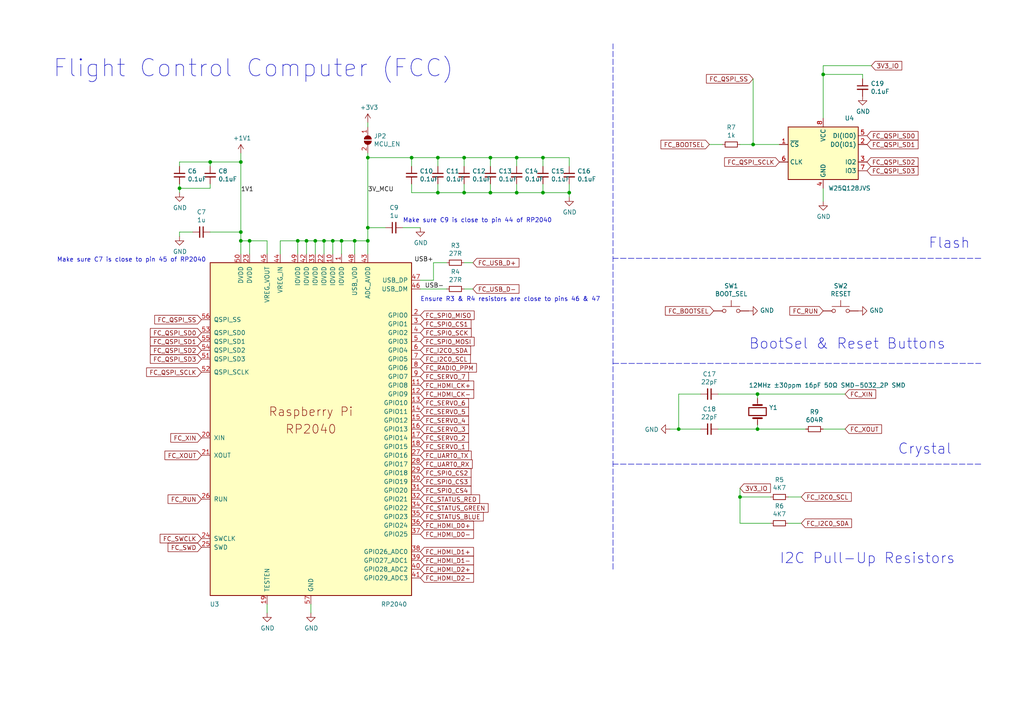
<source format=kicad_sch>
(kicad_sch (version 20211123) (generator eeschema)
  (paper "A4")
  (title_block (title "Flight Control Computer"))
  (lib_symbols
    (symbol "Device:C_Small" (pin_numbers hide) (pin_names (offset 0.254) hide)
      (property "Reference" "C" (at 0.254 1.778 0))
      (property "Value" "C_Small" (at 0.254 -2.032 0))
      (symbol "C_Small_0_1"
        (polyline (pts (xy -1.524 -0.508) (xy 1.524 -0.508)) (stroke (width 0.3302)))
        (polyline (pts (xy -1.524 0.508) (xy 1.524 0.508)) (stroke (width 0.3048)))
      )
      (symbol "C_Small_1_1"
        (pin passive line (at 0 2.54 270) (length 2.032) (name "~") (number "1"))
        (pin passive line (at 0 -2.54 90) (length 2.032) (name "~") (number "2"))
      )
    )
    (symbol "Device:Crystal" (pin_numbers hide) (pin_names (offset 1.016) hide)
      (property "Reference" "Y" (at 0 3.81 0))
      (property "Value" "Crystal" (at 0 -3.81 0))
      (symbol "Crystal_0_1"
        (rectangle (start -1.143 2.54) (end 1.143 -2.54) (stroke (width 0.3048)))
        (polyline (pts (xy -2.54 0) (xy -1.905 0)))
        (polyline (pts (xy -1.905 -1.27) (xy -1.905 1.27)) (stroke (width 0.508)))
        (polyline (pts (xy 1.905 -1.27) (xy 1.905 1.27)) (stroke (width 0.508)))
        (polyline (pts (xy 2.54 0) (xy 1.905 0)))
      )
      (symbol "Crystal_1_1"
        (pin passive line (at -3.81 0 0) (length 1.27) (name "1") (number "1"))
        (pin passive line (at 3.81 0 180) (length 1.27) (name "2") (number "2"))
      )
    )
    (symbol "Device:R_Small" (pin_numbers hide) (pin_names (offset 0.254) hide)
      (property "Reference" "R" (at 0.762 0.508 0))
      (property "Value" "R_Small" (at 0.762 -1.016 0))
      (symbol "R_Small_0_1"
        (rectangle (start -0.762 1.778) (end 0.762 -1.778) (stroke (width 0.2032)))
      )
      (symbol "R_Small_1_1"
        (pin passive line (at 0 2.54 270) (length 0.762) (name "~") (number "1"))
        (pin passive line (at 0 -2.54 90) (length 0.762) (name "~") (number "2"))
      )
    )
    (symbol "Jumper:SolderJumper_2_Open" (pin_names (offset 0) hide)
      (property "Reference" "JP" (at 0 2.032 0))
      (property "Value" "SolderJumper_2_Open" (at 0 -2.54 0))
      (symbol "SolderJumper_2_Open_0_1"
        (arc (start -0.254 1.016) (mid -1.27 0) (end -0.254 -1.016))
        (arc (start -0.254 1.016) (mid -1.27 0) (end -0.254 -1.016) (fill (type outline)))
        (polyline (pts (xy -0.254 1.016) (xy -0.254 -1.016)))
        (polyline (pts (xy 0.254 1.016) (xy 0.254 -1.016)))
        (arc (start 0.254 -1.016) (mid 1.27 0) (end 0.254 1.016))
        (arc (start 0.254 -1.016) (mid 1.27 0) (end 0.254 1.016) (fill (type outline)))
      )
      (symbol "SolderJumper_2_Open_1_1"
        (pin passive line (at -3.81 0 0) (length 2.54) (name "A") (number "1"))
        (pin passive line (at 3.81 0 180) (length 2.54) (name "B") (number "2"))
      )
    )
    (symbol "Memory_Flash:W25Q128JVS"
      (property "Reference" "U" (at -8.89 8.89 0))
      (property "Value" "W25Q128JVS" (at 7.62 8.89 0))
      (symbol "W25Q128JVS_0_1"
        (rectangle (start -10.16 7.62) (end 10.16 -7.62) (stroke (width 0.254)) (fill (type background)))
      )
      (symbol "W25Q128JVS_1_1"
        (pin input line (at -12.7 2.54 0) (length 2.54) (name "~{CS}") (number "1"))
        (pin bidirectional line (at 12.7 2.54 180) (length 2.54) (name "DO(IO1)") (number "2"))
        (pin bidirectional line (at 12.7 -2.54 180) (length 2.54) (name "IO2") (number "3"))
        (pin power_in line (at 0 -10.16 90) (length 2.54) (name "GND") (number "4"))
        (pin bidirectional line (at 12.7 5.08 180) (length 2.54) (name "DI(IO0)") (number "5"))
        (pin input line (at -12.7 -2.54 0) (length 2.54) (name "CLK") (number "6"))
        (pin bidirectional line (at 12.7 -5.08 180) (length 2.54) (name "IO3") (number "7"))
        (pin power_in line (at 0 10.16 270) (length 2.54) (name "VCC") (number "8"))
      )
    )
    (symbol "Switch:SW_Push" (pin_numbers hide) (pin_names (offset 1.016) hide)
      (property "Reference" "SW" (at 1.27 2.54 0))
      (property "Value" "SW_Push" (at 0 -1.524 0))
      (symbol "SW_Push_0_1"
        (circle (center -2.032 0) (radius 0.508))
        (polyline (pts (xy 0 1.27) (xy 0 3.048)))
        (polyline (pts (xy 2.54 1.27) (xy -2.54 1.27)))
        (circle (center 2.032 0) (radius 0.508))
        (pin passive line (at -5.08 0 0) (length 2.54) (name "1") (number "1"))
        (pin passive line (at 5.08 0 180) (length 2.54) (name "2") (number "2"))
      )
    )
    (symbol "hermes_v1-rescue:RP2040-MCU_RP2040" (pin_names (offset 1.016))
      (property "Reference" "U" (at -29.21 49.53 0))
      (property "Value" "RP2040-MCU_RP2040" (at 24.13 -49.53 0))
      (symbol "RP2040-MCU_RP2040_0_0"
        (text "Raspberry Pi" (at 0 5.08 0) (effects (font (size 2.54 2.54))))
        (text "RP2040" (at 0 0 0) (effects (font (size 2.54 2.54))))
      )
      (symbol "RP2040-MCU_RP2040_0_1"
        (rectangle (start 29.21 48.26) (end -29.21 -48.26) (stroke (width 0.254)) (fill (type background)))
      )
      (symbol "RP2040-MCU_RP2040_1_1"
        (pin power_in line (at 8.89 50.8 270) (length 2.54) (name "IOVDD") (number "1"))
        (pin power_in line (at 6.35 50.8 270) (length 2.54) (name "IOVDD") (number "10"))
        (pin bidirectional line (at 31.75 12.7 180) (length 2.54) (name "GPIO8") (number "11"))
        (pin bidirectional line (at 31.75 10.16 180) (length 2.54) (name "GPIO9") (number "12"))
        (pin bidirectional line (at 31.75 7.62 180) (length 2.54) (name "GPIO10") (number "13"))
        (pin bidirectional line (at 31.75 5.08 180) (length 2.54) (name "GPIO11") (number "14"))
        (pin bidirectional line (at 31.75 2.54 180) (length 2.54) (name "GPIO12") (number "15"))
        (pin bidirectional line (at 31.75 0 180) (length 2.54) (name "GPIO13") (number "16"))
        (pin bidirectional line (at 31.75 -2.54 180) (length 2.54) (name "GPIO14") (number "17"))
        (pin bidirectional line (at 31.75 -5.08 180) (length 2.54) (name "GPIO15") (number "18"))
        (pin passive line (at -12.7 -50.8 90) (length 2.54) (name "TESTEN") (number "19"))
        (pin bidirectional line (at 31.75 33.02 180) (length 2.54) (name "GPIO0") (number "2"))
        (pin input line (at -31.75 -2.54 0) (length 2.54) (name "XIN") (number "20"))
        (pin passive line (at -31.75 -7.62 0) (length 2.54) (name "XOUT") (number "21"))
        (pin power_in line (at 3.81 50.8 270) (length 2.54) (name "IOVDD") (number "22"))
        (pin power_in line (at -17.78 50.8 270) (length 2.54) (name "DVDD") (number "23"))
        (pin output line (at -31.75 -31.75 0) (length 2.54) (name "SWCLK") (number "24"))
        (pin bidirectional line (at -31.75 -34.29 0) (length 2.54) (name "SWD") (number "25"))
        (pin input line (at -31.75 -20.32 0) (length 2.54) (name "RUN") (number "26"))
        (pin bidirectional line (at 31.75 -7.62 180) (length 2.54) (name "GPIO16") (number "27"))
        (pin bidirectional line (at 31.75 -10.16 180) (length 2.54) (name "GPIO17") (number "28"))
        (pin bidirectional line (at 31.75 -12.7 180) (length 2.54) (name "GPIO18") (number "29"))
        (pin bidirectional line (at 31.75 30.48 180) (length 2.54) (name "GPIO1") (number "3"))
        (pin bidirectional line (at 31.75 -15.24 180) (length 2.54) (name "GPIO19") (number "30"))
        (pin bidirectional line (at 31.75 -17.78 180) (length 2.54) (name "GPIO20") (number "31"))
        (pin bidirectional line (at 31.75 -20.32 180) (length 2.54) (name "GPIO21") (number "32"))
        (pin power_in line (at 1.27 50.8 270) (length 2.54) (name "IOVDD") (number "33"))
        (pin bidirectional line (at 31.75 -22.86 180) (length 2.54) (name "GPIO22") (number "34"))
        (pin bidirectional line (at 31.75 -25.4 180) (length 2.54) (name "GPIO23") (number "35"))
        (pin bidirectional line (at 31.75 -27.94 180) (length 2.54) (name "GPIO24") (number "36"))
        (pin bidirectional line (at 31.75 -30.48 180) (length 2.54) (name "GPIO25") (number "37"))
        (pin bidirectional line (at 31.75 -35.56 180) (length 2.54) (name "GPIO26_ADC0") (number "38"))
        (pin bidirectional line (at 31.75 -38.1 180) (length 2.54) (name "GPIO27_ADC1") (number "39"))
        (pin bidirectional line (at 31.75 27.94 180) (length 2.54) (name "GPIO2") (number "4"))
        (pin bidirectional line (at 31.75 -40.64 180) (length 2.54) (name "GPIO28_ADC2") (number "40"))
        (pin bidirectional line (at 31.75 -43.18 180) (length 2.54) (name "GPIO29_ADC3") (number "41"))
        (pin power_in line (at -1.27 50.8 270) (length 2.54) (name "IOVDD") (number "42"))
        (pin power_in line (at 16.51 50.8 270) (length 2.54) (name "ADC_AVDD") (number "43"))
        (pin power_in line (at -8.89 50.8 270) (length 2.54) (name "VREG_IN") (number "44"))
        (pin power_out line (at -12.7 50.8 270) (length 2.54) (name "VREG_VOUT") (number "45"))
        (pin bidirectional line (at 31.75 40.64 180) (length 2.54) (name "USB_DM") (number "46"))
        (pin bidirectional line (at 31.75 43.18 180) (length 2.54) (name "USB_DP") (number "47"))
        (pin power_in line (at 12.7 50.8 270) (length 2.54) (name "USB_VDD") (number "48"))
        (pin power_in line (at -3.81 50.8 270) (length 2.54) (name "IOVDD") (number "49"))
        (pin bidirectional line (at 31.75 25.4 180) (length 2.54) (name "GPIO3") (number "5"))
        (pin power_in line (at -20.32 50.8 270) (length 2.54) (name "DVDD") (number "50"))
        (pin bidirectional line (at -31.75 20.32 0) (length 2.54) (name "QSPI_SD3") (number "51"))
        (pin output line (at -31.75 16.51 0) (length 2.54) (name "QSPI_SCLK") (number "52"))
        (pin bidirectional line (at -31.75 27.94 0) (length 2.54) (name "QSPI_SD0") (number "53"))
        (pin bidirectional line (at -31.75 22.86 0) (length 2.54) (name "QSPI_SD2") (number "54"))
        (pin bidirectional line (at -31.75 25.4 0) (length 2.54) (name "QSPI_SD1") (number "55"))
        (pin bidirectional line (at -31.75 31.75 0) (length 2.54) (name "QSPI_SS") (number "56"))
        (pin power_in line (at 0 -50.8 90) (length 2.54) (name "GND") (number "57"))
        (pin bidirectional line (at 31.75 22.86 180) (length 2.54) (name "GPIO4") (number "6"))
        (pin bidirectional line (at 31.75 20.32 180) (length 2.54) (name "GPIO5") (number "7"))
        (pin bidirectional line (at 31.75 17.78 180) (length 2.54) (name "GPIO6") (number "8"))
        (pin bidirectional line (at 31.75 15.24 180) (length 2.54) (name "GPIO7") (number "9"))
      )
    )
    (symbol "power:+1V1" (power) (pin_names (offset 0))
      (property "Value" "+1V1" (at 0 3.556 0))
      (symbol "+1V1_0_1"
        (polyline (pts (xy -0.762 1.27) (xy 0 2.54)))
        (polyline (pts (xy 0 0) (xy 0 2.54)))
        (polyline (pts (xy 0 2.54) (xy 0.762 1.27)))
      )
      (symbol "+1V1_1_1"
        (pin power_in line (at 0 0 90) (length 0) hide (name "+1V1") (number "1"))
      )
    )
    (symbol "power:+3.3V" (power) (pin_names (offset 0))
      (property "Value" "+3.3V" (at 0 3.556 0))
      (symbol "+3.3V_0_1"
        (polyline (pts (xy -0.762 1.27) (xy 0 2.54)))
        (polyline (pts (xy 0 0) (xy 0 2.54)))
        (polyline (pts (xy 0 2.54) (xy 0.762 1.27)))
      )
      (symbol "+3.3V_1_1"
        (pin power_in line (at 0 0 90) (length 0) hide (name "+3V3") (number "1"))
      )
    )
    (symbol "power:GND" (power) (pin_names (offset 0))
      (property "Value" "GND" (at 0 -3.81 0))
      (symbol "GND_0_1"
        (polyline (pts (xy 0 0) (xy 0 -1.27) (xy 1.27 -1.27) (xy 0 -2.54) (xy -1.27 -1.27) (xy 0 -1.27)))
      )
      (symbol "GND_1_1"
        (pin power_in line (at 0 0 270) (length 0) hide (name "GND") (number "1"))
      )
    )
  )
  (junction (at 238.76 21.59))
  (junction (at 99.06 69.85))
  (junction (at 149.86 45.72))
  (junction (at 218.44 41.91))
  (junction (at 91.44 69.85))
  (junction (at 69.85 67.31))
  (junction (at 219.71 114.3))
  (junction (at 69.85 69.85))
  (junction (at 127 55.88))
  (junction (at 214.63 144.145))
  (junction (at 134.62 45.72))
  (junction (at 52.07 54.61))
  (junction (at 165.1 55.88))
  (junction (at 102.87 69.85))
  (junction (at 88.9 69.85))
  (junction (at 72.39 69.85))
  (junction (at 149.86 55.88))
  (junction (at 219.71 124.46))
  (junction (at 106.68 66.04))
  (junction (at 119.38 45.72))
  (junction (at 157.48 45.72))
  (junction (at 96.52 69.85))
  (junction (at 157.48 55.88))
  (junction (at 93.98 69.85))
  (junction (at 196.85 124.46))
  (junction (at 106.68 69.85))
  (junction (at 142.24 45.72))
  (junction (at 134.62 55.88))
  (junction (at 60.96 46.99))
  (junction (at 69.85 46.99))
  (junction (at 106.68 45.72))
  (junction (at 86.36 69.85))
  (junction (at 127 45.72))
  (junction (at 142.24 55.88))
  (wire (pts (xy 119.38 55.88) (xy 119.38 53.34)))
  (wire (pts (xy 91.44 73.66) (xy 91.44 69.85)))
  (wire (pts (xy 134.62 83.82) (xy 137.16 83.82)))
  (wire (pts (xy 250.19 22.86) (xy 250.19 21.59)))
  (wire (pts (xy 106.68 66.04) (xy 106.68 69.85)))
  (wire (pts (xy 149.86 53.34) (xy 149.86 55.88)))
  (wire (pts (xy 106.68 69.85) (xy 106.68 73.66)))
  (wire (pts (xy 238.76 54.61) (xy 238.76 58.42)))
  (wire (pts (xy 214.63 41.91) (xy 218.44 41.91)))
  (wire (pts (xy 91.44 69.85) (xy 93.98 69.85)))
  (wire (pts (xy 99.06 69.85) (xy 102.87 69.85)))
  (wire (pts (xy 214.63 141.605) (xy 214.63 144.145)))
  (wire (pts (xy 149.86 48.26) (xy 149.86 45.72)))
  (polyline (pts (xy 177.8 105.41) (xy 284.48 105.41)))
  (wire (pts (xy 165.1 45.72) (xy 165.1 48.26)))
  (wire (pts (xy 86.36 69.85) (xy 88.9 69.85)))
  (wire (pts (xy 81.28 73.66) (xy 81.28 69.85)))
  (wire (pts (xy 127 45.72) (xy 134.62 45.72)))
  (wire (pts (xy 90.17 175.26) (xy 90.17 177.8)))
  (wire (pts (xy 165.1 55.88) (xy 157.48 55.88)))
  (wire (pts (xy 106.68 66.04) (xy 111.76 66.04)))
  (wire (pts (xy 77.47 69.85) (xy 72.39 69.85)))
  (wire (pts (xy 96.52 73.66) (xy 96.52 69.85)))
  (wire (pts (xy 52.07 46.99) (xy 52.07 48.26)))
  (wire (pts (xy 238.76 21.59) (xy 238.76 34.29)))
  (wire (pts (xy 134.62 55.88) (xy 127 55.88)))
  (wire (pts (xy 165.1 53.34) (xy 165.1 55.88)))
  (wire (pts (xy 69.85 67.31) (xy 69.85 69.85)))
  (wire (pts (xy 219.71 124.46) (xy 233.68 124.46)))
  (wire (pts (xy 127 53.34) (xy 127 55.88)))
  (wire (pts (xy 250.19 21.59) (xy 238.76 21.59)))
  (wire (pts (xy 142.24 53.34) (xy 142.24 55.88)))
  (wire (pts (xy 99.06 73.66) (xy 99.06 69.85)))
  (wire (pts (xy 52.07 67.31) (xy 52.07 68.58)))
  (wire (pts (xy 106.68 35.56) (xy 106.68 36.83)))
  (wire (pts (xy 134.62 53.34) (xy 134.62 55.88)))
  (wire (pts (xy 218.44 41.91) (xy 226.06 41.91)))
  (wire (pts (xy 238.76 19.05) (xy 238.76 21.59)))
  (wire (pts (xy 223.52 144.145) (xy 214.63 144.145)))
  (wire (pts (xy 121.92 83.82) (xy 129.54 83.82)))
  (wire (pts (xy 93.98 73.66) (xy 93.98 69.85)))
  (wire (pts (xy 157.48 45.72) (xy 165.1 45.72)))
  (polyline (pts (xy 284.48 134.62) (xy 177.8 134.62)))
  (wire (pts (xy 238.76 19.05) (xy 252.73 19.05)))
  (wire (pts (xy 60.96 54.61) (xy 60.96 53.34)))
  (wire (pts (xy 219.71 114.3) (xy 245.11 114.3)))
  (wire (pts (xy 134.62 55.88) (xy 142.24 55.88)))
  (wire (pts (xy 196.85 124.46) (xy 194.31 124.46)))
  (wire (pts (xy 88.9 73.66) (xy 88.9 69.85)))
  (wire (pts (xy 142.24 45.72) (xy 149.86 45.72)))
  (wire (pts (xy 218.44 41.91) (xy 218.44 22.86)))
  (wire (pts (xy 208.28 114.3) (xy 219.71 114.3)))
  (wire (pts (xy 69.85 67.31) (xy 60.96 67.31)))
  (wire (pts (xy 134.62 48.26) (xy 134.62 45.72)))
  (wire (pts (xy 134.62 76.2) (xy 137.16 76.2)))
  (wire (pts (xy 69.85 46.99) (xy 60.96 46.99)))
  (wire (pts (xy 214.63 151.765) (xy 223.52 151.765)))
  (polyline (pts (xy 284.48 74.93) (xy 177.8 74.93)))
  (wire (pts (xy 219.71 123.19) (xy 219.71 124.46)))
  (wire (pts (xy 157.48 53.34) (xy 157.48 55.88)))
  (wire (pts (xy 129.54 76.2) (xy 125.73 76.2)))
  (wire (pts (xy 106.68 44.45) (xy 106.68 45.72)))
  (wire (pts (xy 125.73 76.2) (xy 125.73 81.28)))
  (wire (pts (xy 52.07 54.61) (xy 52.07 55.88)))
  (wire (pts (xy 60.96 48.26) (xy 60.96 46.99)))
  (wire (pts (xy 106.68 45.72) (xy 106.68 66.04)))
  (wire (pts (xy 52.07 53.34) (xy 52.07 54.61)))
  (wire (pts (xy 142.24 45.72) (xy 142.24 48.26)))
  (wire (pts (xy 238.76 124.46) (xy 245.11 124.46)))
  (wire (pts (xy 196.85 114.3) (xy 196.85 124.46)))
  (wire (pts (xy 219.71 115.57) (xy 219.71 114.3)))
  (wire (pts (xy 119.38 48.26) (xy 119.38 45.72)))
  (wire (pts (xy 86.36 73.66) (xy 86.36 69.85)))
  (wire (pts (xy 127 55.88) (xy 119.38 55.88)))
  (wire (pts (xy 116.84 66.04) (xy 121.92 66.04)))
  (wire (pts (xy 69.85 69.85) (xy 69.85 73.66)))
  (wire (pts (xy 69.85 44.45) (xy 69.85 46.99)))
  (wire (pts (xy 93.98 69.85) (xy 96.52 69.85)))
  (wire (pts (xy 77.47 175.26) (xy 77.47 177.8)))
  (wire (pts (xy 81.28 69.85) (xy 86.36 69.85)))
  (wire (pts (xy 72.39 73.66) (xy 72.39 69.85)))
  (wire (pts (xy 72.39 69.85) (xy 69.85 69.85)))
  (wire (pts (xy 77.47 73.66) (xy 77.47 69.85)))
  (wire (pts (xy 205.74 41.91) (xy 209.55 41.91)))
  (wire (pts (xy 52.07 67.31) (xy 55.88 67.31)))
  (wire (pts (xy 102.87 69.85) (xy 106.68 69.85)))
  (wire (pts (xy 69.85 46.99) (xy 69.85 67.31)))
  (wire (pts (xy 203.2 114.3) (xy 196.85 114.3)))
  (wire (pts (xy 96.52 69.85) (xy 99.06 69.85)))
  (wire (pts (xy 134.62 45.72) (xy 142.24 45.72)))
  (wire (pts (xy 88.9 69.85) (xy 91.44 69.85)))
  (polyline (pts (xy 177.8 165.1) (xy 177.8 12.7)))
  (wire (pts (xy 203.2 124.46) (xy 196.85 124.46)))
  (wire (pts (xy 106.68 45.72) (xy 119.38 45.72)))
  (wire (pts (xy 149.86 55.88) (xy 142.24 55.88)))
  (wire (pts (xy 214.63 144.145) (xy 214.63 151.765)))
  (wire (pts (xy 165.1 55.88) (xy 165.1 57.15)))
  (wire (pts (xy 102.87 73.66) (xy 102.87 69.85)))
  (wire (pts (xy 119.38 45.72) (xy 127 45.72)))
  (wire (pts (xy 149.86 45.72) (xy 157.48 45.72)))
  (wire (pts (xy 228.6 144.145) (xy 232.41 144.145)))
  (wire (pts (xy 60.96 46.99) (xy 52.07 46.99)))
  (wire (pts (xy 125.73 81.28) (xy 121.92 81.28)))
  (wire (pts (xy 157.48 55.88) (xy 149.86 55.88)))
  (wire (pts (xy 157.48 48.26) (xy 157.48 45.72)))
  (wire (pts (xy 228.6 151.765) (xy 232.41 151.765)))
  (wire (pts (xy 208.28 124.46) (xy 219.71 124.46)))
  (wire (pts (xy 127 48.26) (xy 127 45.72)))
  (wire (pts (xy 52.07 54.61) (xy 60.96 54.61)))
  (text "Flash" (at 269.24 72.39 0) (effects (font (size 2.9972 2.9972)) (justify left bottom)))
  (text "Ensure R3 & R4 resistors are close to pins 46 & 47" (at 121.92 87.63 0) (effects (font (size 1.27 1.27)) (justify left bottom)))
  (text "Flight Control Computer (FCC)\n" (at 15.24 22.86 0) (effects (font (size 5.0038 5.0038)) (justify left bottom)))
  (text "BootSel & Reset Buttons" (at 217.17 101.6 0) (effects (font (size 2.9972 2.9972)) (justify left bottom)))
  (text "Make sure C7 is close to pin 45 of RP2040" (at 16.51 76.2 0) (effects (font (size 1.27 1.27)) (justify left bottom)))
  (text "Make sure C9 is close to pin 44 of RP2040" (at 116.84 64.77 0) (effects (font (size 1.27 1.27)) (justify left bottom)))
  (text "Crystal" (at 260.35 132.08 0) (effects (font (size 2.9972 2.9972)) (justify left bottom)))
  (text "I2C Pull-Up Resistors" (at 226.06 163.83 0) (effects (font (size 2.9972 2.9972)) (justify left bottom)))
  (label "1V1" (at 69.85 55.88 0))
  (label "USB-" (at 123.19 83.82 0))
  (label "USB+" (at 125.73 76.2 180))
  (label "3V_MCU" (at 106.68 55.88 0))
  (global_label "FC_QSPI_SD0" (shape input) (at 58.42 96.52 180) (property "Intersheet References" "${INTERSHEET_REFS}" (effects hide)))
  (global_label "FC_I2C0_SDA" (shape input) (at 121.92 101.6 0) (property "Intersheet References" "${INTERSHEET_REFS}" (effects hide)))
  (global_label "3V3_IO" (shape input) (at 252.73 19.05 0) (property "Intersheet References" "${INTERSHEET_REFS}" (effects hide)))
  (global_label "FC_BOOTSEL" (shape input) (at 205.74 41.91 180) (property "Intersheet References" "${INTERSHEET_REFS}" (effects hide)))
  (global_label "FC_QSPI_SD1" (shape input) (at 58.42 99.06 180) (property "Intersheet References" "${INTERSHEET_REFS}" (effects hide)))
  (global_label "FC_SPI0_CS4" (shape input) (at 121.92 142.24 0) (property "Intersheet References" "${INTERSHEET_REFS}" (effects hide)))
  (global_label "FC_SPI0_MISO" (shape input) (at 121.92 91.44 0) (property "Intersheet References" "${INTERSHEET_REFS}" (effects hide)))
  (global_label "FC_QSPI_SS" (shape input) (at 218.44 22.86 180) (property "Intersheet References" "${INTERSHEET_REFS}" (effects hide)))
  (global_label "FC_HDMI_D2-" (shape input) (at 121.92 167.64 0) (property "Intersheet References" "${INTERSHEET_REFS}" (effects hide)))
  (global_label "FC_SPI0_CS2" (shape input) (at 121.92 137.16 0) (property "Intersheet References" "${INTERSHEET_REFS}" (effects hide)))
  (global_label "FC_QSPI_SD3" (shape input) (at 251.46 49.53 0) (property "Intersheet References" "${INTERSHEET_REFS}" (effects hide)))
  (global_label "3V3_IO" (shape input) (at 214.63 141.605 0) (property "Intersheet References" "${INTERSHEET_REFS}" (effects hide)))
  (global_label "FC_USB_D+" (shape input) (at 137.16 76.2 0) (property "Intersheet References" "${INTERSHEET_REFS}" (effects hide)))
  (global_label "FC_XIN" (shape input) (at 245.11 114.3 0) (property "Intersheet References" "${INTERSHEET_REFS}" (effects hide)))
  (global_label "FC_XOUT" (shape input) (at 58.42 132.08 180) (property "Intersheet References" "${INTERSHEET_REFS}" (effects hide)))
  (global_label "FC_SERVO_5" (shape input) (at 121.92 119.38 0) (property "Intersheet References" "${INTERSHEET_REFS}" (effects hide)))
  (global_label "FC_RADIO_PPM" (shape input) (at 121.92 106.68 0) (property "Intersheet References" "${INTERSHEET_REFS}" (effects hide)))
  (global_label "FC_UART0_TX" (shape input) (at 121.92 132.08 0) (property "Intersheet References" "${INTERSHEET_REFS}" (effects hide)))
  (global_label "FC_QSPI_SD2" (shape input) (at 58.42 101.6 180) (property "Intersheet References" "${INTERSHEET_REFS}" (effects hide)))
  (global_label "FC_HDMI_D1+" (shape input) (at 121.92 160.02 0) (property "Intersheet References" "${INTERSHEET_REFS}" (effects hide)))
  (global_label "FC_SERVO_6" (shape input) (at 121.92 116.84 0) (property "Intersheet References" "${INTERSHEET_REFS}" (effects hide)))
  (global_label "FC_QSPI_SCLK" (shape input) (at 226.06 46.99 180) (property "Intersheet References" "${INTERSHEET_REFS}" (effects hide)))
  (global_label "FC_SERVO_3" (shape input) (at 121.92 124.46 0) (property "Intersheet References" "${INTERSHEET_REFS}" (effects hide)))
  (global_label "FC_QSPI_SD1" (shape input) (at 251.46 41.91 0) (property "Intersheet References" "${INTERSHEET_REFS}" (effects hide)))
  (global_label "FC_SWD" (shape input) (at 58.42 158.75 180) (property "Intersheet References" "${INTERSHEET_REFS}" (effects hide)))
  (global_label "FC_UART0_RX" (shape input) (at 121.92 134.62 0) (property "Intersheet References" "${INTERSHEET_REFS}" (effects hide)))
  (global_label "FC_HDMI_CK-" (shape input) (at 121.92 114.3 0) (property "Intersheet References" "${INTERSHEET_REFS}" (effects hide)))
  (global_label "FC_QSPI_SD3" (shape input) (at 58.42 104.14 180) (property "Intersheet References" "${INTERSHEET_REFS}" (effects hide)))
  (global_label "FC_STATUS_BLUE" (shape input) (at 121.92 149.86 0) (property "Intersheet References" "${INTERSHEET_REFS}" (effects hide)))
  (global_label "FC_RUN" (shape input) (at 58.42 144.78 180) (property "Intersheet References" "${INTERSHEET_REFS}" (effects hide)))
  (global_label "FC_QSPI_SS" (shape input) (at 58.42 92.71 180) (property "Intersheet References" "${INTERSHEET_REFS}" (effects hide)))
  (global_label "FC_SWCLK" (shape input) (at 58.42 156.21 180) (property "Intersheet References" "${INTERSHEET_REFS}" (effects hide)))
  (global_label "FC_STATUS_RED" (shape input) (at 121.92 144.78 0) (property "Intersheet References" "${INTERSHEET_REFS}" (effects hide)))
  (global_label "FC_QSPI_SCLK" (shape input) (at 58.42 107.95 180) (property "Intersheet References" "${INTERSHEET_REFS}" (effects hide)))
  (global_label "FC_SPI0_CS3" (shape input) (at 121.92 139.7 0) (property "Intersheet References" "${INTERSHEET_REFS}" (effects hide)))
  (global_label "FC_SPI0_MOSI" (shape input) (at 121.92 99.06 0) (property "Intersheet References" "${INTERSHEET_REFS}" (effects hide)))
  (global_label "FC_STATUS_GREEN" (shape input) (at 121.92 147.32 0) (property "Intersheet References" "${INTERSHEET_REFS}" (effects hide)))
  (global_label "FC_QSPI_SD0" (shape input) (at 251.46 39.37 0) (property "Intersheet References" "${INTERSHEET_REFS}" (effects hide)))
  (global_label "FC_BOOTSEL" (shape input) (at 207.01 90.17 180) (property "Intersheet References" "${INTERSHEET_REFS}" (effects hide)))
  (global_label "FC_HDMI_D0+" (shape input) (at 121.92 152.4 0) (property "Intersheet References" "${INTERSHEET_REFS}" (effects hide)))
  (global_label "FC_HDMI_CK+" (shape input) (at 121.92 111.76 0) (property "Intersheet References" "${INTERSHEET_REFS}" (effects hide)))
  (global_label "FC_XIN" (shape input) (at 58.42 127 180) (property "Intersheet References" "${INTERSHEET_REFS}" (effects hide)))
  (global_label "FC_I2C0_SDA" (shape input) (at 232.41 151.765 0) (property "Intersheet References" "${INTERSHEET_REFS}" (effects hide)))
  (global_label "FC_SERVO_2" (shape input) (at 121.92 127 0) (property "Intersheet References" "${INTERSHEET_REFS}" (effects hide)))
  (global_label "FC_SERVO_1" (shape input) (at 121.92 129.54 0) (property "Intersheet References" "${INTERSHEET_REFS}" (effects hide)))
  (global_label "FC_SERVO_4" (shape input) (at 121.92 121.92 0) (property "Intersheet References" "${INTERSHEET_REFS}" (effects hide)))
  (global_label "FC_SPI0_CS1" (shape input) (at 121.92 93.98 0) (property "Intersheet References" "${INTERSHEET_REFS}" (effects hide)))
  (global_label "FC_HDMI_D0-" (shape input) (at 121.92 154.94 0) (property "Intersheet References" "${INTERSHEET_REFS}" (effects hide)))
  (global_label "FC_RUN" (shape input) (at 238.76 90.17 180) (property "Intersheet References" "${INTERSHEET_REFS}" (effects hide)))
  (global_label "FC_SPI0_SCK" (shape input) (at 121.92 96.52 0) (property "Intersheet References" "${INTERSHEET_REFS}" (effects hide)))
  (global_label "FC_HDMI_D1-" (shape input) (at 121.92 162.56 0) (property "Intersheet References" "${INTERSHEET_REFS}" (effects hide)))
  (global_label "FC_SERVO_7" (shape input) (at 121.92 109.22 0) (property "Intersheet References" "${INTERSHEET_REFS}" (effects hide)))
  (global_label "FC_I2C0_SCL" (shape input) (at 232.41 144.145 0) (property "Intersheet References" "${INTERSHEET_REFS}" (effects hide)))
  (global_label "FC_QSPI_SD2" (shape input) (at 251.46 46.99 0) (property "Intersheet References" "${INTERSHEET_REFS}" (effects hide)))
  (global_label "FC_XOUT" (shape input) (at 245.11 124.46 0) (property "Intersheet References" "${INTERSHEET_REFS}" (effects hide)))
  (global_label "FC_I2C0_SCL" (shape input) (at 121.92 104.14 0) (property "Intersheet References" "${INTERSHEET_REFS}" (effects hide)))
  (global_label "FC_USB_D-" (shape input) (at 137.16 83.82 0) (property "Intersheet References" "${INTERSHEET_REFS}" (effects hide)))
  (global_label "FC_HDMI_D2+" (shape input) (at 121.92 165.1 0) (property "Intersheet References" "${INTERSHEET_REFS}" (effects hide)))
  (symbol (lib_id "hermes_v1-rescue:RP2040-MCU_RP2040") (at 90.17 124.46 0) (unit 1)
    (property "Reference" "U3" (at 62.23 175.26 0))
    (property "Value" "RP2040" (at 114.3 175.26 0))
    (property "Footprint" "RP2040_minimal:RP2040-QFN-56" (effects hide))
    (property "LCSC" "C2040" (effects hide))
  )
  (symbol (lib_id "Device:R_Small") (at 132.08 76.2 270) (unit 1)
    (property "Reference" "R3" (at 132.08 71.2216 90))
    (property "Value" "27R" (at 132.08 73.533 90))
    (property "Footprint" "Resistor_SMD:R_0402_1005Metric_Pad0.72x0.64mm_HandSolder" (effects hide))
    (property "LCSC" "C413051" (effects hide))
  )
  (symbol (lib_id "Device:R_Small") (at 132.08 83.82 270) (unit 1)
    (property "Reference" "R4" (at 132.08 78.8416 90))
    (property "Value" "27R" (at 132.08 81.153 90))
    (property "Footprint" "Resistor_SMD:R_0402_1005Metric_Pad0.72x0.64mm_HandSolder" (effects hide))
    (property "LCSC" "C413051" (effects hide))
  )
  (symbol (lib_id "Device:C_Small") (at 114.3 66.04 90) (unit 1)
    (property "Reference" "C9" (at 114.3 60.2234 90))
    (property "Value" "1u" (at 114.3 62.5348 90))
    (property "Footprint" "Capacitor_SMD:C_0402_1005Metric_Pad0.74x0.62mm_HandSolder" (effects hide))
    (property "LCSC" "C92755" (effects hide))
  )
  (symbol (lib_id "power:GND") (at 121.92 66.04 0) (unit 1)
    (property "Reference" "#PWR023" (effects hide))
    (property "Value" "GND" (at 122.047 70.4342 0))
  )
  (symbol (lib_id "Device:C_Small") (at 142.24 50.8 0) (unit 1)
    (property "Reference" "C13" (at 144.5768 49.6316 0) (effects (justify left)))
    (property "Value" "0.1uF" (at 144.5768 51.943 0) (effects (justify left)))
    (property "Footprint" "Capacitor_SMD:C_0402_1005Metric_Pad0.74x0.62mm_HandSolder" (effects hide))
    (property "LCSC" "C129131" (effects hide))
  )
  (symbol (lib_id "Device:C_Small") (at 134.62 50.8 0) (unit 1)
    (property "Reference" "C12" (at 136.9568 49.6316 0) (effects (justify left)))
    (property "Value" "0.1uF" (at 136.9568 51.943 0) (effects (justify left)))
    (property "Footprint" "Capacitor_SMD:C_0402_1005Metric_Pad0.74x0.62mm_HandSolder" (effects hide))
    (property "LCSC" "C129131" (effects hide))
  )
  (symbol (lib_id "Device:C_Small") (at 127 50.8 0) (unit 1)
    (property "Reference" "C11" (at 129.3368 49.6316 0) (effects (justify left)))
    (property "Value" "0.1uF" (at 129.3368 51.943 0) (effects (justify left)))
    (property "Footprint" "Capacitor_SMD:C_0402_1005Metric_Pad0.74x0.62mm_HandSolder" (effects hide))
    (property "LCSC" "C129131" (effects hide))
  )
  (symbol (lib_id "Device:C_Small") (at 119.38 50.8 0) (unit 1)
    (property "Reference" "C10" (at 121.7168 49.6316 0) (effects (justify left)))
    (property "Value" "0.1uF" (at 121.7168 51.943 0) (effects (justify left)))
    (property "Footprint" "Capacitor_SMD:C_0402_1005Metric_Pad0.74x0.62mm_HandSolder" (effects hide))
    (property "LCSC" "C129131" (effects hide))
  )
  (symbol (lib_id "Device:C_Small") (at 149.86 50.8 0) (unit 1)
    (property "Reference" "C14" (at 152.1968 49.6316 0) (effects (justify left)))
    (property "Value" "0.1uF" (at 152.1968 51.943 0) (effects (justify left)))
    (property "Footprint" "Capacitor_SMD:C_0402_1005Metric_Pad0.74x0.62mm_HandSolder" (effects hide))
    (property "LCSC" "C129131" (effects hide))
  )
  (symbol (lib_id "Device:C_Small") (at 157.48 50.8 0) (unit 1)
    (property "Reference" "C15" (at 159.8168 49.6316 0) (effects (justify left)))
    (property "Value" "0.1uF" (at 159.8168 51.943 0) (effects (justify left)))
    (property "Footprint" "Capacitor_SMD:C_0402_1005Metric_Pad0.74x0.62mm_HandSolder" (effects hide))
    (property "LCSC" "C129131" (effects hide))
  )
  (symbol (lib_id "Device:C_Small") (at 165.1 50.8 0) (unit 1)
    (property "Reference" "C16" (at 167.4368 49.6316 0) (effects (justify left)))
    (property "Value" "0.1uF" (at 167.4368 51.943 0) (effects (justify left)))
    (property "Footprint" "Capacitor_SMD:C_0402_1005Metric_Pad0.74x0.62mm_HandSolder" (effects hide))
    (property "LCSC" "C129131" (effects hide))
  )
  (symbol (lib_id "power:GND") (at 165.1 57.15 0) (unit 1)
    (property "Reference" "#PWR024" (effects hide))
    (property "Value" "GND" (at 165.227 61.5442 0))
  )
  (symbol (lib_id "power:+1V1") (at 69.85 44.45 0) (unit 1)
    (property "Reference" "#PWR019" (effects hide))
    (property "Value" "+1V1" (at 70.231 40.0558 0))
  )
  (symbol (lib_id "Device:C_Small") (at 58.42 67.31 270) (unit 1)
    (property "Reference" "C7" (at 58.42 61.4934 90))
    (property "Value" "1u" (at 58.42 63.8048 90))
    (property "Footprint" "Capacitor_SMD:C_0402_1005Metric_Pad0.74x0.62mm_HandSolder" (effects hide))
    (property "LCSC" "C92755" (effects hide))
  )
  (symbol (lib_id "power:GND") (at 52.07 68.58 0) (unit 1)
    (property "Reference" "#PWR018" (effects hide))
    (property "Value" "GND" (at 52.197 72.9742 0))
  )
  (symbol (lib_id "Device:C_Small") (at 52.07 50.8 0) (unit 1)
    (property "Reference" "C6" (at 54.4068 49.6316 0) (effects (justify left)))
    (property "Value" "0.1uF" (at 54.4068 51.943 0) (effects (justify left)))
    (property "Footprint" "Capacitor_SMD:C_0402_1005Metric_Pad0.74x0.62mm_HandSolder" (effects hide))
    (property "LCSC" "C129131" (effects hide))
  )
  (symbol (lib_id "power:GND") (at 52.07 55.88 0) (unit 1)
    (property "Reference" "#PWR017" (effects hide))
    (property "Value" "GND" (at 52.197 60.2742 0))
  )
  (symbol (lib_id "Device:C_Small") (at 60.96 50.8 0) (unit 1)
    (property "Reference" "C8" (at 63.2968 49.6316 0) (effects (justify left)))
    (property "Value" "0.1uF" (at 63.2968 51.943 0) (effects (justify left)))
    (property "Footprint" "Capacitor_SMD:C_0402_1005Metric_Pad0.74x0.62mm_HandSolder" (effects hide))
    (property "LCSC" "C129131" (effects hide))
  )
  (symbol (lib_id "power:GND") (at 248.92 90.17 90) (unit 1)
    (property "Reference" "#PWR031" (effects hide))
    (property "Value" "GND" (at 252.1712 90.043 90) (effects (justify right)))
  )
  (symbol (lib_id "power:GND") (at 77.47 177.8 0) (unit 1)
    (property "Reference" "#PWR020" (effects hide))
    (property "Value" "GND" (at 77.597 182.1942 0))
  )
  (symbol (lib_id "power:GND") (at 90.17 177.8 0) (unit 1)
    (property "Reference" "#PWR021" (effects hide))
    (property "Value" "GND" (at 90.297 182.1942 0))
  )
  (symbol (lib_id "Jumper:SolderJumper_2_Open") (at 106.68 40.64 270) (unit 1)
    (property "Reference" "JP2" (at 108.4072 39.4716 90) (effects (justify left)))
    (property "Value" "MCU_EN" (at 108.4072 41.783 90) (effects (justify left)))
    (property "Footprint" "Jumper:SolderJumper-2_P1.3mm_Open_RoundedPad1.0x1.5mm" (effects hide))
    (property "LCSC" "-" (effects hide))
  )
  (symbol (lib_id "power:+3.3V") (at 106.68 35.56 0) (unit 1)
    (property "Reference" "#PWR022" (effects hide))
    (property "Value" "+3.3V" (at 107.061 31.1658 0))
  )
  (symbol (lib_id "Memory_Flash:W25Q128JVS") (at 238.76 44.45 0) (unit 1)
    (property "Reference" "U4" (at 246.38 34.29 0))
    (property "Value" "W25Q128JVS" (at 246.38 54.61 0))
    (property "Footprint" "Package_SO:SOIC-8_5.23x5.23mm_P1.27mm" (effects hide))
    (property "Datasheet" "http://www.winbond.com/resource-files/w25q128jv_dtr%20revc%2003272018%20plus.pdf" (effects hide))
    (property "LCSC" "C97521" (effects hide))
  )
  (symbol (lib_id "Device:C_Small") (at 250.19 25.4 0) (unit 1)
    (property "Reference" "C19" (at 252.5268 24.2316 0) (effects (justify left)))
    (property "Value" "0.1uF" (at 252.5268 26.543 0) (effects (justify left)))
    (property "Footprint" "Capacitor_SMD:C_0402_1005Metric_Pad0.74x0.62mm_HandSolder" (effects hide))
    (property "LCSC" "C129131" (effects hide))
  )
  (symbol (lib_id "Device:R_Small") (at 212.09 41.91 270) (unit 1)
    (property "Reference" "R7" (at 212.09 36.9316 90))
    (property "Value" "1k" (at 212.09 39.243 90))
    (property "Footprint" "Resistor_SMD:R_0402_1005Metric_Pad0.72x0.64mm_HandSolder" (effects hide))
    (property "LCSC" "C226166" (effects hide))
  )
  (symbol (lib_id "power:GND") (at 238.76 58.42 0) (unit 1)
    (property "Reference" "#PWR030" (effects hide))
    (property "Value" "GND" (at 238.887 62.8142 0))
  )
  (symbol (lib_id "power:GND") (at 250.19 27.94 0) (unit 1)
    (property "Reference" "#PWR032" (effects hide))
    (property "Value" "GND" (at 250.317 32.3342 0))
  )
  (symbol (lib_id "Device:Crystal") (at 219.71 119.38 270) (unit 1)
    (property "Reference" "Y1" (at 223.0374 118.2116 90) (effects (justify left)))
    (property "Value" "12MHz ±30ppm 16pF 50Ω SMD-5032_2P SMD" (at 217.17 111.76 90) (effects (justify left)))
    (property "Footprint" "Crystal:Crystal_SMD_TXC_7A-2Pin_5x3.2mm" (effects hide))
    (property "LCSC" "C90884" (effects hide))
  )
  (symbol (lib_id "Device:C_Small") (at 205.74 114.3 270) (unit 1)
    (property "Reference" "C17" (at 205.74 108.4834 90))
    (property "Value" "22pF" (at 205.74 110.7948 90))
    (property "Footprint" "Capacitor_SMD:C_0402_1005Metric_Pad0.74x0.62mm_HandSolder" (effects hide))
    (property "LCSC" "C342943" (effects hide))
  )
  (symbol (lib_id "Device:C_Small") (at 205.74 124.46 270) (unit 1)
    (property "Reference" "C18" (at 205.74 118.6434 90))
    (property "Value" "22pF" (at 205.74 120.9548 90))
    (property "Footprint" "Capacitor_SMD:C_0402_1005Metric_Pad0.74x0.62mm_HandSolder" (effects hide))
    (property "LCSC" "C342943" (effects hide))
  )
  (symbol (lib_id "Device:R_Small") (at 236.22 124.46 270) (unit 1)
    (property "Reference" "R9" (at 236.22 119.4816 90))
    (property "Value" "604R" (at 236.22 121.793 90))
    (property "Footprint" "Resistor_SMD:R_0402_1005Metric_Pad0.72x0.64mm_HandSolder" (effects hide))
    (property "LCSC" "C273693" (effects hide))
  )
  (symbol (lib_id "power:GND") (at 194.31 124.46 270) (unit 1)
    (property "Reference" "#PWR026" (effects hide))
    (property "Value" "GND" (at 191.0588 124.587 90) (effects (justify right)))
  )
  (symbol (lib_id "Device:R_Small") (at 226.06 151.765 90) (unit 1)
    (property "Reference" "R6" (at 226.06 146.7866 90))
    (property "Value" "4K7" (at 226.06 149.098 90))
    (property "Footprint" "Resistor_SMD:R_0402_1005Metric_Pad0.72x0.64mm_HandSolder" (effects hide))
    (property "LCSC" "C304616" (effects hide))
  )
  (symbol (lib_id "Device:R_Small") (at 226.06 144.145 90) (unit 1)
    (property "Reference" "R5" (at 226.06 139.1666 90))
    (property "Value" "4K7" (at 226.06 141.478 90))
    (property "Footprint" "Resistor_SMD:R_0402_1005Metric_Pad0.72x0.64mm_HandSolder" (effects hide))
    (property "LCSC" "C304616" (effects hide))
  )
  (symbol (lib_id "power:GND") (at 217.17 90.17 90) (unit 1)
    (property "Reference" "#PWR027" (effects hide))
    (property "Value" "GND" (at 220.4212 90.043 90) (effects (justify right)))
  )
  (symbol (lib_id "Switch:SW_Push") (at 212.09 90.17 0) (unit 1)
    (property "Reference" "SW1" (at 212.09 82.931 0))
    (property "Value" "BOOT_SEL" (at 212.09 85.2424 0))
    (property "Footprint" "Button_Switch_SMD:SW_SPST_PTS810" (effects hide))
    (property "LCSC" "C92589" (effects hide))
  )
  (symbol (lib_id "Switch:SW_Push") (at 243.84 90.17 0) (unit 1)
    (property "Reference" "SW2" (at 243.84 82.931 0))
    (property "Value" "RESET" (at 243.84 85.2424 0))
    (property "Footprint" "Button_Switch_SMD:SW_SPST_PTS810" (effects hide))
    (property "LCSC" "C92589" (effects hide))
  )
)
</source>
